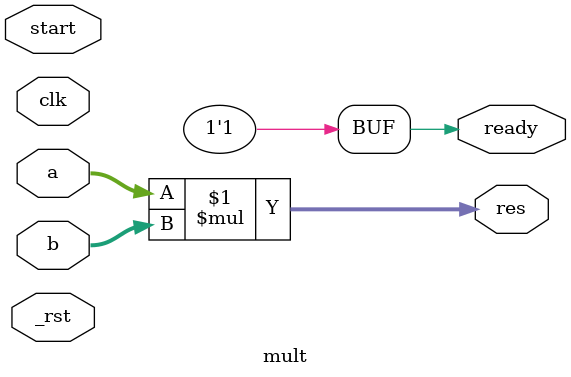
<source format=sv>
module mult #(
    parameter int SZ = 32
) (
    input clk,
    input _rst,
    input [SZ-1:0] a,
    input [SZ-1:0] b,
    input start,
    output /*reg*/ [2*SZ-1:0] res,
    output  /*reg*/ ready
);
    // comb mult
    assign res   = a * b;  // O(1<<15) cost O(5*adder) delay
    assign ready = 1;

    // reg [  SZ-1:0] areg;
    // reg [2*SZ-1:0] breg;
    //
    // always @(clk, negedge _rst) begin
    //     if (~_rst) begin
    //         res   <= 0;
    //         ready <= 0;
    //         areg  <= 0;
    //         breg  <= 0;
    //     end
    //     else begin
    //         if (start) begin
    //             res   <= 0;
    //             ready <= 0;
    //             areg  <= a;
    //             breg  <= {{SZ{1'b0}}, b};
    //         end
    //         else begin
    //             areg  <= areg >> 1;
    //             breg  <= breg << 1;
    //             ready <= ~|areg;
    //             res   <= res + (breg & {2 * SZ{areg[0]}});
    //         end
    //     end
    // end

endmodule

</source>
